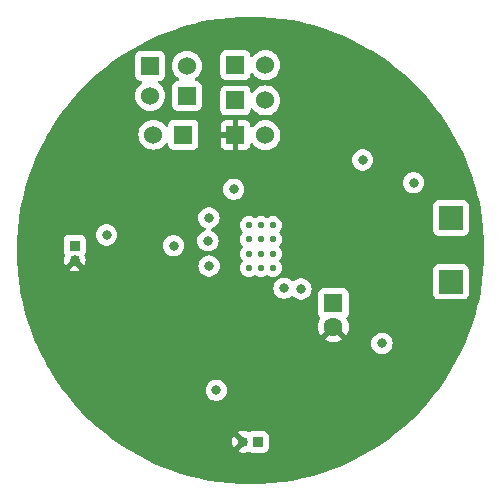
<source format=gbr>
%TF.GenerationSoftware,KiCad,Pcbnew,7.0.7*%
%TF.CreationDate,2024-10-25T00:06:54-07:00*%
%TF.ProjectId,PowerBoard_rev1.1,506f7765-7242-46f6-9172-645f72657631,rev?*%
%TF.SameCoordinates,Original*%
%TF.FileFunction,Copper,L2,Inr*%
%TF.FilePolarity,Positive*%
%FSLAX46Y46*%
G04 Gerber Fmt 4.6, Leading zero omitted, Abs format (unit mm)*
G04 Created by KiCad (PCBNEW 7.0.7) date 2024-10-25 00:06:54*
%MOMM*%
%LPD*%
G01*
G04 APERTURE LIST*
%TA.AperFunction,ComponentPad*%
%ADD10R,1.600000X1.600000*%
%TD*%
%TA.AperFunction,ComponentPad*%
%ADD11C,1.600000*%
%TD*%
%TA.AperFunction,ComponentPad*%
%ADD12R,1.530000X1.530000*%
%TD*%
%TA.AperFunction,ComponentPad*%
%ADD13C,1.530000*%
%TD*%
%TA.AperFunction,ComponentPad*%
%ADD14C,0.550000*%
%TD*%
%TA.AperFunction,ComponentPad*%
%ADD15R,0.850000X0.850000*%
%TD*%
%TA.AperFunction,ComponentPad*%
%ADD16C,0.850000*%
%TD*%
%TA.AperFunction,ComponentPad*%
%ADD17R,2.000000X2.000000*%
%TD*%
%TA.AperFunction,ViaPad*%
%ADD18C,0.800000*%
%TD*%
G04 APERTURE END LIST*
D10*
%TO.N,+BATT*%
%TO.C,C2*%
X149250400Y-80721200D03*
D11*
%TO.N,GND*%
X149250400Y-82721200D03*
%TD*%
D12*
%TO.N,Net-(U1-BOUT1)*%
%TO.C,J1*%
X140958500Y-60553600D03*
D13*
%TO.N,Net-(U1-BOUT2)*%
X143498500Y-60553600D03*
%TD*%
D12*
%TO.N,DRV_FAULT*%
%TO.C,J6*%
X133745700Y-60608900D03*
D13*
%TO.N,DRV_SLEEP*%
X133745700Y-63148900D03*
%TD*%
D14*
%TO.N,N/C*%
%TO.C,U1*%
X142119600Y-74117200D03*
X142119600Y-75317200D03*
X142119600Y-76517200D03*
X142119600Y-77717200D03*
X143119600Y-74117200D03*
X143119600Y-75317200D03*
X143119600Y-76517200D03*
X143119600Y-77717200D03*
X144119600Y-74117200D03*
X144119600Y-75317200D03*
X144119600Y-76517200D03*
X144119600Y-77717200D03*
%TD*%
D12*
%TO.N,MOTOR1_AIN2*%
%TO.C,J4*%
X136550400Y-66446400D03*
D13*
%TO.N,MOTOR1_AIN1*%
X134010400Y-66446400D03*
%TD*%
D12*
%TO.N,Net-(U1-AOUT1)*%
%TO.C,J2*%
X140958500Y-63550800D03*
D13*
%TO.N,Net-(U1-AOUT2)*%
X143498500Y-63550800D03*
%TD*%
D12*
%TO.N,GND*%
%TO.C,J3*%
X140965700Y-66486400D03*
D13*
%TO.N,VDC*%
X143505700Y-66486400D03*
%TD*%
D12*
%TO.N,MOTOR2_BIN2*%
%TO.C,J5*%
X136855700Y-63163900D03*
D13*
%TO.N,MOTOR2_BIN1*%
X136855700Y-60623900D03*
%TD*%
D15*
%TO.N,+BATT*%
%TO.C,J8*%
X127355600Y-75844400D03*
D16*
%TO.N,GND*%
X127355600Y-77094400D03*
%TD*%
D17*
%TO.N,Net-(D12-K)*%
%TO.C,TP6*%
X159207200Y-78892400D03*
%TD*%
D15*
%TO.N,+BATT*%
%TO.C,J7*%
X142864999Y-92448800D03*
D16*
%TO.N,GND*%
X141614999Y-92448800D03*
%TD*%
D17*
%TO.N,Net-(D11-K)*%
%TO.C,TP5*%
X159207200Y-73507600D03*
%TD*%
D18*
%TO.N,GND*%
X148691600Y-74371200D03*
X149758400Y-85140800D03*
X151231600Y-71323200D03*
X144373600Y-83362800D03*
X135636000Y-86410800D03*
X141884400Y-89408000D03*
X141478000Y-81686400D03*
X132740400Y-82346800D03*
X132689600Y-70510400D03*
X156464000Y-81534000D03*
X129590800Y-76301600D03*
X135534400Y-79451200D03*
X135432800Y-72542400D03*
%TO.N,MOTOR2_BIN2*%
X146507200Y-79502000D03*
%TO.N,MOTOR2_BIN1*%
X145084800Y-79451200D03*
%TO.N,VCC*%
X151739600Y-68580000D03*
X139344400Y-88087200D03*
X130048000Y-74930000D03*
X153365200Y-84124800D03*
X156057600Y-70510400D03*
%TO.N,Net-(U1-BOUT1)*%
X140817600Y-71069200D03*
X138734800Y-77571600D03*
%TO.N,Net-(U1-BOUT2)*%
X135737600Y-75844400D03*
%TO.N,Net-(U1-AOUT1)*%
X138709400Y-73482200D03*
%TO.N,Net-(U1-AOUT2)*%
X138632700Y-75431900D03*
%TD*%
%TA.AperFunction,Conductor*%
%TO.N,GND*%
G36*
X143125523Y-56471206D02*
G01*
X143128212Y-56471327D01*
X144012060Y-56530918D01*
X144014716Y-56531157D01*
X144894991Y-56630340D01*
X144897651Y-56630701D01*
X145772572Y-56769275D01*
X145775226Y-56769757D01*
X146643028Y-56947440D01*
X146645712Y-56948054D01*
X147300917Y-57113150D01*
X147438404Y-57147794D01*
X147504625Y-57164480D01*
X147507300Y-57165218D01*
X148355634Y-57419962D01*
X148358244Y-57420811D01*
X149194317Y-57713366D01*
X149196922Y-57714344D01*
X150018970Y-58044091D01*
X150021522Y-58045181D01*
X150828005Y-58411503D01*
X150830474Y-58412693D01*
X151619691Y-58814819D01*
X151622141Y-58816137D01*
X152392501Y-59253255D01*
X152394890Y-59254682D01*
X152448076Y-59288101D01*
X153025257Y-59650768D01*
X153144879Y-59725931D01*
X153147188Y-59727455D01*
X153524324Y-59988736D01*
X153875276Y-60231876D01*
X153877527Y-60233512D01*
X154582259Y-60770096D01*
X154584407Y-60771810D01*
X155264358Y-61339473D01*
X155266453Y-61341304D01*
X155920239Y-61938890D01*
X155922250Y-61940813D01*
X156548551Y-62567114D01*
X156550474Y-62569125D01*
X157148060Y-63222911D01*
X157149891Y-63225006D01*
X157717554Y-63904957D01*
X157719272Y-63907111D01*
X157979620Y-64249043D01*
X158255852Y-64611837D01*
X158257488Y-64614088D01*
X158699902Y-65252675D01*
X158761900Y-65342163D01*
X158763433Y-65344485D01*
X159234682Y-66094474D01*
X159236109Y-66096863D01*
X159673227Y-66867223D01*
X159674545Y-66869673D01*
X160076671Y-67658890D01*
X160077870Y-67661378D01*
X160189487Y-67907111D01*
X160444180Y-68467836D01*
X160445273Y-68470394D01*
X160775020Y-69292442D01*
X160775998Y-69295047D01*
X161068553Y-70131120D01*
X161069410Y-70133757D01*
X161114841Y-70285048D01*
X161324143Y-70982056D01*
X161324884Y-70984739D01*
X161541310Y-71843652D01*
X161541930Y-71846365D01*
X161719602Y-72714111D01*
X161720095Y-72716828D01*
X161845255Y-73507053D01*
X161858657Y-73591671D01*
X161859028Y-73594411D01*
X161934738Y-74266351D01*
X161958202Y-74474601D01*
X161958449Y-74477344D01*
X162018034Y-75361102D01*
X162018159Y-75363882D01*
X162038033Y-76249408D01*
X162038033Y-76252192D01*
X162018159Y-77137717D01*
X162018034Y-77140491D01*
X161958449Y-78024251D01*
X161958202Y-78026995D01*
X161864529Y-78858378D01*
X161859031Y-78907170D01*
X161858657Y-78909928D01*
X161736869Y-79678871D01*
X161720099Y-79784750D01*
X161719602Y-79787488D01*
X161541930Y-80655234D01*
X161541310Y-80657947D01*
X161324884Y-81516860D01*
X161324143Y-81519543D01*
X161069413Y-82367833D01*
X161068553Y-82370479D01*
X160775998Y-83206552D01*
X160775020Y-83209157D01*
X160445273Y-84031205D01*
X160444180Y-84033763D01*
X160077879Y-84840202D01*
X160076671Y-84842709D01*
X159674545Y-85631926D01*
X159673227Y-85634376D01*
X159236109Y-86404736D01*
X159234682Y-86407125D01*
X158763433Y-87157114D01*
X158761900Y-87159436D01*
X158257488Y-87887511D01*
X158255852Y-87889762D01*
X157719289Y-88594467D01*
X157717554Y-88596642D01*
X157149891Y-89276593D01*
X157148060Y-89278688D01*
X156550474Y-89932474D01*
X156548551Y-89934485D01*
X155922250Y-90560786D01*
X155920239Y-90562709D01*
X155266453Y-91160295D01*
X155264358Y-91162126D01*
X154584407Y-91729789D01*
X154582232Y-91731524D01*
X153877527Y-92268087D01*
X153875276Y-92269723D01*
X153147201Y-92774135D01*
X153144879Y-92775668D01*
X152394890Y-93246917D01*
X152392501Y-93248344D01*
X151622141Y-93685462D01*
X151619691Y-93686780D01*
X150830474Y-94088906D01*
X150827967Y-94090114D01*
X150021528Y-94456415D01*
X150018970Y-94457508D01*
X149196922Y-94787255D01*
X149194317Y-94788233D01*
X148358244Y-95080788D01*
X148355598Y-95081648D01*
X147507308Y-95336378D01*
X147504625Y-95337119D01*
X146645712Y-95553545D01*
X146642999Y-95554165D01*
X145775253Y-95731837D01*
X145772528Y-95732331D01*
X145040861Y-95848216D01*
X144897693Y-95870892D01*
X144894947Y-95871264D01*
X144014763Y-95970437D01*
X144012016Y-95970684D01*
X143128256Y-96030269D01*
X143125482Y-96030394D01*
X142239955Y-96050268D01*
X142237173Y-96050268D01*
X141351647Y-96030394D01*
X141348875Y-96030269D01*
X140465109Y-95970684D01*
X140462373Y-95970437D01*
X139582176Y-95871263D01*
X139579440Y-95870892D01*
X138704593Y-95732330D01*
X138701876Y-95731837D01*
X137834130Y-95554165D01*
X137831417Y-95553545D01*
X136972504Y-95337119D01*
X136969821Y-95336378D01*
X136370166Y-95156309D01*
X136121522Y-95081645D01*
X136118885Y-95080788D01*
X135282812Y-94788233D01*
X135280207Y-94787255D01*
X134458159Y-94457508D01*
X134455601Y-94456415D01*
X134094309Y-94292308D01*
X133649143Y-94090105D01*
X133646655Y-94088906D01*
X132857438Y-93686780D01*
X132854988Y-93685462D01*
X132084628Y-93248344D01*
X132082239Y-93246917D01*
X131332250Y-92775668D01*
X131329928Y-92774135D01*
X131281120Y-92740321D01*
X130860335Y-92448800D01*
X140684904Y-92448800D01*
X140705229Y-92642180D01*
X140705230Y-92642182D01*
X140765312Y-92827098D01*
X140765315Y-92827104D01*
X140808442Y-92901801D01*
X141186305Y-92523939D01*
X141247628Y-92490454D01*
X141317319Y-92495438D01*
X141373253Y-92537309D01*
X141377088Y-92542729D01*
X141434759Y-92629040D01*
X141521067Y-92686709D01*
X141565873Y-92740321D01*
X141574580Y-92809646D01*
X141544426Y-92872673D01*
X141539858Y-92877492D01*
X141159025Y-93258325D01*
X141327586Y-93333373D01*
X141517778Y-93373800D01*
X141712220Y-93373800D01*
X141902412Y-93333373D01*
X141902415Y-93333372D01*
X142034284Y-93274660D01*
X142103534Y-93265375D01*
X142159031Y-93288673D01*
X142197663Y-93317593D01*
X142197670Y-93317597D01*
X142332516Y-93367891D01*
X142332515Y-93367891D01*
X142339443Y-93368635D01*
X142392126Y-93374300D01*
X143337871Y-93374299D01*
X143397482Y-93367891D01*
X143532330Y-93317596D01*
X143647545Y-93231346D01*
X143733795Y-93116131D01*
X143784090Y-92981283D01*
X143790499Y-92921673D01*
X143790498Y-91975928D01*
X143784090Y-91916317D01*
X143773353Y-91887530D01*
X143733796Y-91781471D01*
X143733792Y-91781464D01*
X143647546Y-91666255D01*
X143647543Y-91666252D01*
X143532334Y-91580006D01*
X143532327Y-91580002D01*
X143397481Y-91529708D01*
X143397482Y-91529708D01*
X143337882Y-91523301D01*
X143337880Y-91523300D01*
X143337872Y-91523300D01*
X143337863Y-91523300D01*
X142392128Y-91523300D01*
X142392122Y-91523301D01*
X142332515Y-91529708D01*
X142197670Y-91580002D01*
X142197668Y-91580003D01*
X142159029Y-91608928D01*
X142093564Y-91633344D01*
X142034285Y-91622940D01*
X141902411Y-91564226D01*
X141902412Y-91564226D01*
X141712220Y-91523800D01*
X141517778Y-91523800D01*
X141327585Y-91564226D01*
X141327584Y-91564226D01*
X141159025Y-91639273D01*
X141539858Y-92020106D01*
X141573343Y-92081429D01*
X141568359Y-92151121D01*
X141526487Y-92207054D01*
X141521069Y-92210888D01*
X141434759Y-92268559D01*
X141377088Y-92354870D01*
X141323475Y-92399675D01*
X141254150Y-92408382D01*
X141191123Y-92378227D01*
X141186305Y-92373660D01*
X140808442Y-91995796D01*
X140808441Y-91995797D01*
X140765316Y-92070492D01*
X140765315Y-92070494D01*
X140705230Y-92255417D01*
X140705229Y-92255419D01*
X140684904Y-92448800D01*
X130860335Y-92448800D01*
X130601853Y-92269723D01*
X130599602Y-92268087D01*
X130215883Y-91975923D01*
X129894876Y-91731507D01*
X129892722Y-91729789D01*
X129212771Y-91162126D01*
X129210676Y-91160295D01*
X128556890Y-90562709D01*
X128554879Y-90560786D01*
X127928578Y-89934485D01*
X127926655Y-89932474D01*
X127329069Y-89278688D01*
X127327238Y-89276593D01*
X126759575Y-88596642D01*
X126757861Y-88594494D01*
X126371607Y-88087200D01*
X138438940Y-88087200D01*
X138458726Y-88275456D01*
X138458727Y-88275459D01*
X138517218Y-88455477D01*
X138517221Y-88455484D01*
X138611867Y-88619416D01*
X138682932Y-88698341D01*
X138738529Y-88760088D01*
X138891665Y-88871348D01*
X138891670Y-88871351D01*
X139064592Y-88948342D01*
X139064597Y-88948344D01*
X139249754Y-88987700D01*
X139249755Y-88987700D01*
X139439044Y-88987700D01*
X139439046Y-88987700D01*
X139624203Y-88948344D01*
X139797130Y-88871351D01*
X139950271Y-88760088D01*
X140076933Y-88619416D01*
X140171579Y-88455484D01*
X140230074Y-88275456D01*
X140249860Y-88087200D01*
X140230074Y-87898944D01*
X140171579Y-87718916D01*
X140076933Y-87554984D01*
X139950271Y-87414312D01*
X139950270Y-87414311D01*
X139797134Y-87303051D01*
X139797129Y-87303048D01*
X139624207Y-87226057D01*
X139624202Y-87226055D01*
X139478401Y-87195065D01*
X139439046Y-87186700D01*
X139249754Y-87186700D01*
X139217297Y-87193598D01*
X139064597Y-87226055D01*
X139064592Y-87226057D01*
X138891670Y-87303048D01*
X138891665Y-87303051D01*
X138738529Y-87414311D01*
X138611866Y-87554985D01*
X138517221Y-87718915D01*
X138517218Y-87718922D01*
X138462069Y-87888654D01*
X138458726Y-87898944D01*
X138438940Y-88087200D01*
X126371607Y-88087200D01*
X126221277Y-87889762D01*
X126219641Y-87887511D01*
X126102838Y-87718916D01*
X125715220Y-87159423D01*
X125713696Y-87157114D01*
X125242447Y-86407125D01*
X125241020Y-86404736D01*
X125022461Y-86019555D01*
X124803896Y-85634366D01*
X124802584Y-85631926D01*
X124400458Y-84842709D01*
X124399268Y-84840240D01*
X124074300Y-84124800D01*
X152459740Y-84124800D01*
X152479526Y-84313056D01*
X152479527Y-84313059D01*
X152538018Y-84493077D01*
X152538021Y-84493084D01*
X152632667Y-84657016D01*
X152759328Y-84797688D01*
X152759329Y-84797688D01*
X152912465Y-84908948D01*
X152912470Y-84908951D01*
X153085392Y-84985942D01*
X153085397Y-84985944D01*
X153270554Y-85025300D01*
X153270555Y-85025300D01*
X153459844Y-85025300D01*
X153459846Y-85025300D01*
X153645003Y-84985944D01*
X153817930Y-84908951D01*
X153971071Y-84797688D01*
X154097733Y-84657016D01*
X154192379Y-84493084D01*
X154250874Y-84313056D01*
X154270660Y-84124800D01*
X154250874Y-83936544D01*
X154192379Y-83756516D01*
X154097733Y-83592584D01*
X153971071Y-83451912D01*
X153963859Y-83446672D01*
X153817934Y-83340651D01*
X153817929Y-83340648D01*
X153645007Y-83263657D01*
X153645002Y-83263655D01*
X153499201Y-83232665D01*
X153459846Y-83224300D01*
X153270554Y-83224300D01*
X153238097Y-83231198D01*
X153085397Y-83263655D01*
X153085392Y-83263657D01*
X152912470Y-83340648D01*
X152912465Y-83340651D01*
X152759329Y-83451911D01*
X152632666Y-83592585D01*
X152538021Y-83756515D01*
X152538018Y-83756522D01*
X152479527Y-83936540D01*
X152479526Y-83936544D01*
X152459740Y-84124800D01*
X124074300Y-84124800D01*
X124032946Y-84033757D01*
X124031856Y-84031205D01*
X123702109Y-83209157D01*
X123701131Y-83206552D01*
X123531299Y-82721202D01*
X147945434Y-82721202D01*
X147965258Y-82947799D01*
X147965260Y-82947810D01*
X148024130Y-83167517D01*
X148024134Y-83167526D01*
X148120265Y-83373681D01*
X148120266Y-83373683D01*
X148171373Y-83446671D01*
X148171373Y-83446672D01*
X148712980Y-82905065D01*
X148774303Y-82871580D01*
X148843994Y-82876564D01*
X148899928Y-82918435D01*
X148911142Y-82936446D01*
X148916927Y-82947799D01*
X148922758Y-82959244D01*
X148922763Y-82959250D01*
X149012349Y-83048836D01*
X149012351Y-83048837D01*
X149012355Y-83048841D01*
X149035147Y-83060454D01*
X149085942Y-83108428D01*
X149102737Y-83176249D01*
X149080199Y-83242384D01*
X149066532Y-83258619D01*
X148524926Y-83800225D01*
X148524926Y-83800226D01*
X148597912Y-83851331D01*
X148597916Y-83851333D01*
X148804073Y-83947465D01*
X148804082Y-83947469D01*
X149023789Y-84006339D01*
X149023800Y-84006341D01*
X149250398Y-84026166D01*
X149250402Y-84026166D01*
X149476999Y-84006341D01*
X149477010Y-84006339D01*
X149696717Y-83947469D01*
X149696731Y-83947464D01*
X149902878Y-83851336D01*
X149975872Y-83800225D01*
X149434266Y-83258619D01*
X149400781Y-83197296D01*
X149405765Y-83127604D01*
X149447637Y-83071671D01*
X149465645Y-83060458D01*
X149488445Y-83048841D01*
X149578041Y-82959245D01*
X149589654Y-82936452D01*
X149637625Y-82885658D01*
X149705446Y-82868861D01*
X149771581Y-82891397D01*
X149787819Y-82905066D01*
X150329425Y-83446672D01*
X150380536Y-83373678D01*
X150476664Y-83167531D01*
X150476669Y-83167517D01*
X150535539Y-82947810D01*
X150535541Y-82947799D01*
X150555366Y-82721202D01*
X150555366Y-82721197D01*
X150535541Y-82494600D01*
X150535539Y-82494589D01*
X150476669Y-82274882D01*
X150476665Y-82274873D01*
X150380534Y-82068718D01*
X150380530Y-82068712D01*
X150371588Y-82055940D01*
X150349261Y-81989734D01*
X150366273Y-81921967D01*
X150398854Y-81885551D01*
X150407946Y-81878746D01*
X150494196Y-81763531D01*
X150544491Y-81628683D01*
X150550900Y-81569073D01*
X150550899Y-79940270D01*
X157706700Y-79940270D01*
X157706701Y-79940276D01*
X157713108Y-79999883D01*
X157763402Y-80134728D01*
X157763406Y-80134735D01*
X157849652Y-80249944D01*
X157849655Y-80249947D01*
X157964864Y-80336193D01*
X157964871Y-80336197D01*
X158099717Y-80386491D01*
X158099716Y-80386491D01*
X158106644Y-80387235D01*
X158159327Y-80392900D01*
X160255072Y-80392899D01*
X160314683Y-80386491D01*
X160449531Y-80336196D01*
X160564746Y-80249946D01*
X160650996Y-80134731D01*
X160701291Y-79999883D01*
X160707700Y-79940273D01*
X160707699Y-77844528D01*
X160701291Y-77784917D01*
X160676035Y-77717203D01*
X160650997Y-77650071D01*
X160650993Y-77650064D01*
X160564747Y-77534855D01*
X160564744Y-77534852D01*
X160449535Y-77448606D01*
X160449528Y-77448602D01*
X160314682Y-77398308D01*
X160314683Y-77398308D01*
X160255083Y-77391901D01*
X160255081Y-77391900D01*
X160255073Y-77391900D01*
X160255064Y-77391900D01*
X158159329Y-77391900D01*
X158159323Y-77391901D01*
X158099716Y-77398308D01*
X157964871Y-77448602D01*
X157964864Y-77448606D01*
X157849655Y-77534852D01*
X157849652Y-77534855D01*
X157763406Y-77650064D01*
X157763402Y-77650071D01*
X157713108Y-77784917D01*
X157706701Y-77844516D01*
X157706701Y-77844523D01*
X157706700Y-77844535D01*
X157706700Y-79940270D01*
X150550899Y-79940270D01*
X150550899Y-79873328D01*
X150544491Y-79813717D01*
X150534708Y-79787488D01*
X150494197Y-79678871D01*
X150494193Y-79678864D01*
X150407947Y-79563655D01*
X150407944Y-79563652D01*
X150292735Y-79477406D01*
X150292728Y-79477402D01*
X150157882Y-79427108D01*
X150157883Y-79427108D01*
X150098283Y-79420701D01*
X150098281Y-79420700D01*
X150098273Y-79420700D01*
X150098264Y-79420700D01*
X148402529Y-79420700D01*
X148402523Y-79420701D01*
X148342916Y-79427108D01*
X148208071Y-79477402D01*
X148208064Y-79477406D01*
X148092855Y-79563652D01*
X148092852Y-79563655D01*
X148006606Y-79678864D01*
X148006602Y-79678871D01*
X147956308Y-79813717D01*
X147950228Y-79870277D01*
X147949901Y-79873323D01*
X147949900Y-79873335D01*
X147949900Y-81569070D01*
X147949901Y-81569076D01*
X147956308Y-81628683D01*
X148006602Y-81763528D01*
X148006606Y-81763535D01*
X148092852Y-81878744D01*
X148092853Y-81878744D01*
X148092854Y-81878746D01*
X148101945Y-81885551D01*
X148143816Y-81941482D01*
X148148802Y-82011174D01*
X148129213Y-82055936D01*
X148120271Y-82068707D01*
X148120268Y-82068712D01*
X148024134Y-82274873D01*
X148024130Y-82274882D01*
X147965260Y-82494589D01*
X147965258Y-82494600D01*
X147945434Y-82721197D01*
X147945434Y-82721202D01*
X123531299Y-82721202D01*
X123408576Y-82370479D01*
X123407727Y-82367869D01*
X123152983Y-81519535D01*
X123152245Y-81516860D01*
X122935819Y-80657947D01*
X122935205Y-80655263D01*
X122757522Y-79787461D01*
X122757040Y-79784807D01*
X122704202Y-79451200D01*
X144179340Y-79451200D01*
X144199126Y-79639456D01*
X144199127Y-79639459D01*
X144257618Y-79819477D01*
X144257621Y-79819484D01*
X144352267Y-79983416D01*
X144396134Y-80032135D01*
X144478929Y-80124088D01*
X144632065Y-80235348D01*
X144632070Y-80235351D01*
X144804992Y-80312342D01*
X144804997Y-80312344D01*
X144990154Y-80351700D01*
X144990155Y-80351700D01*
X145179444Y-80351700D01*
X145179446Y-80351700D01*
X145364603Y-80312344D01*
X145537530Y-80235351D01*
X145690671Y-80124088D01*
X145690670Y-80124088D01*
X145695929Y-80120268D01*
X145696872Y-80121566D01*
X145752569Y-80094826D01*
X145821906Y-80103439D01*
X145864717Y-80134226D01*
X145901329Y-80174888D01*
X145901332Y-80174890D01*
X146054465Y-80286148D01*
X146054470Y-80286151D01*
X146227392Y-80363142D01*
X146227397Y-80363144D01*
X146412554Y-80402500D01*
X146412555Y-80402500D01*
X146601844Y-80402500D01*
X146601846Y-80402500D01*
X146787003Y-80363144D01*
X146959930Y-80286151D01*
X147113071Y-80174888D01*
X147239733Y-80034216D01*
X147334379Y-79870284D01*
X147392874Y-79690256D01*
X147412660Y-79502000D01*
X147392874Y-79313744D01*
X147334379Y-79133716D01*
X147239733Y-78969784D01*
X147113071Y-78829112D01*
X147043151Y-78778312D01*
X146959934Y-78717851D01*
X146959929Y-78717848D01*
X146787007Y-78640857D01*
X146787002Y-78640855D01*
X146641201Y-78609865D01*
X146601846Y-78601500D01*
X146412554Y-78601500D01*
X146380097Y-78608398D01*
X146227397Y-78640855D01*
X146227392Y-78640857D01*
X146054470Y-78717848D01*
X146054465Y-78717851D01*
X145896071Y-78832931D01*
X145895131Y-78831637D01*
X145839396Y-78858378D01*
X145770061Y-78849745D01*
X145727278Y-78818968D01*
X145690670Y-78778311D01*
X145537534Y-78667051D01*
X145537529Y-78667048D01*
X145364607Y-78590057D01*
X145364602Y-78590055D01*
X145218800Y-78559065D01*
X145179446Y-78550700D01*
X144990154Y-78550700D01*
X144957697Y-78557598D01*
X144804997Y-78590055D01*
X144804992Y-78590057D01*
X144632070Y-78667048D01*
X144632065Y-78667051D01*
X144478929Y-78778311D01*
X144352266Y-78918985D01*
X144257621Y-79082915D01*
X144257618Y-79082922D01*
X144199127Y-79262940D01*
X144199126Y-79262944D01*
X144179340Y-79451200D01*
X122704202Y-79451200D01*
X122618466Y-78909886D01*
X122618105Y-78907226D01*
X122518922Y-78026951D01*
X122518683Y-78024295D01*
X122459092Y-77140447D01*
X122458971Y-77137758D01*
X122457998Y-77094400D01*
X126425505Y-77094400D01*
X126445830Y-77287780D01*
X126445831Y-77287782D01*
X126505913Y-77472698D01*
X126505916Y-77472704D01*
X126549043Y-77547402D01*
X126926906Y-77169539D01*
X126988229Y-77136054D01*
X127057920Y-77141038D01*
X127113854Y-77182909D01*
X127117689Y-77188329D01*
X127120104Y-77191944D01*
X127120105Y-77191945D01*
X127175360Y-77274640D01*
X127258055Y-77329895D01*
X127261668Y-77332309D01*
X127306473Y-77385921D01*
X127315180Y-77455246D01*
X127285026Y-77518274D01*
X127280458Y-77523092D01*
X126899626Y-77903924D01*
X126899626Y-77903925D01*
X127068187Y-77978973D01*
X127258379Y-78019400D01*
X127452821Y-78019400D01*
X127643014Y-77978973D01*
X127643019Y-77978971D01*
X127811571Y-77903926D01*
X127811571Y-77903925D01*
X127479246Y-77571600D01*
X137829340Y-77571600D01*
X137849126Y-77759856D01*
X137849127Y-77759859D01*
X137907618Y-77939877D01*
X137907621Y-77939884D01*
X138002267Y-78103816D01*
X138092272Y-78203776D01*
X138128929Y-78244488D01*
X138282065Y-78355748D01*
X138282070Y-78355751D01*
X138454992Y-78432742D01*
X138454997Y-78432744D01*
X138640154Y-78472100D01*
X138640155Y-78472100D01*
X138829444Y-78472100D01*
X138829446Y-78472100D01*
X139014603Y-78432744D01*
X139187530Y-78355751D01*
X139340671Y-78244488D01*
X139467333Y-78103816D01*
X139561979Y-77939884D01*
X139620474Y-77759856D01*
X139624957Y-77717203D01*
X141339193Y-77717203D01*
X141358757Y-77890848D01*
X141358759Y-77890858D01*
X141405428Y-78024227D01*
X141416478Y-78055806D01*
X141509453Y-78203776D01*
X141633024Y-78327347D01*
X141780994Y-78420322D01*
X141945943Y-78478041D01*
X141945949Y-78478041D01*
X141945951Y-78478042D01*
X142119596Y-78497607D01*
X142119600Y-78497607D01*
X142119604Y-78497607D01*
X142293248Y-78478042D01*
X142293247Y-78478042D01*
X142293257Y-78478041D01*
X142458206Y-78420322D01*
X142553630Y-78360363D01*
X142620865Y-78341364D01*
X142685569Y-78360363D01*
X142780994Y-78420322D01*
X142945943Y-78478041D01*
X142945949Y-78478041D01*
X142945951Y-78478042D01*
X143119596Y-78497607D01*
X143119600Y-78497607D01*
X143119604Y-78497607D01*
X143293248Y-78478042D01*
X143293247Y-78478042D01*
X143293257Y-78478041D01*
X143458206Y-78420322D01*
X143553630Y-78360363D01*
X143620865Y-78341364D01*
X143685569Y-78360363D01*
X143780994Y-78420322D01*
X143945943Y-78478041D01*
X143945949Y-78478041D01*
X143945951Y-78478042D01*
X144119596Y-78497607D01*
X144119600Y-78497607D01*
X144119604Y-78497607D01*
X144293248Y-78478042D01*
X144293247Y-78478042D01*
X144293257Y-78478041D01*
X144458206Y-78420322D01*
X144606176Y-78327347D01*
X144729747Y-78203776D01*
X144822722Y-78055806D01*
X144880441Y-77890857D01*
X144885661Y-77844527D01*
X144900007Y-77717203D01*
X144900007Y-77717196D01*
X144880442Y-77543551D01*
X144880441Y-77543549D01*
X144880441Y-77543543D01*
X144822722Y-77378594D01*
X144729747Y-77230624D01*
X144729745Y-77230622D01*
X144729744Y-77230620D01*
X144704004Y-77204880D01*
X144670519Y-77143557D01*
X144675503Y-77073865D01*
X144704001Y-77029520D01*
X144729747Y-77003776D01*
X144822722Y-76855806D01*
X144880441Y-76690857D01*
X144900007Y-76517200D01*
X144899391Y-76511735D01*
X144880442Y-76343551D01*
X144880441Y-76343549D01*
X144880441Y-76343543D01*
X144822722Y-76178594D01*
X144729747Y-76030624D01*
X144704004Y-76004881D01*
X144670519Y-75943558D01*
X144675503Y-75873866D01*
X144704004Y-75829519D01*
X144729747Y-75803776D01*
X144822722Y-75655806D01*
X144880441Y-75490857D01*
X144893886Y-75371527D01*
X144900007Y-75317203D01*
X144900007Y-75317196D01*
X144880442Y-75143551D01*
X144880441Y-75143549D01*
X144880441Y-75143543D01*
X144822722Y-74978594D01*
X144729747Y-74830624D01*
X144704004Y-74804881D01*
X144670519Y-74743558D01*
X144675503Y-74673866D01*
X144704004Y-74629519D01*
X144704005Y-74629518D01*
X144729747Y-74603776D01*
X144760099Y-74555470D01*
X157706700Y-74555470D01*
X157706701Y-74555476D01*
X157713108Y-74615083D01*
X157763402Y-74749928D01*
X157763406Y-74749935D01*
X157849652Y-74865144D01*
X157849655Y-74865147D01*
X157964864Y-74951393D01*
X157964871Y-74951397D01*
X158099717Y-75001691D01*
X158099716Y-75001691D01*
X158106644Y-75002435D01*
X158159327Y-75008100D01*
X160255072Y-75008099D01*
X160314683Y-75001691D01*
X160449531Y-74951396D01*
X160564746Y-74865146D01*
X160650996Y-74749931D01*
X160701291Y-74615083D01*
X160707700Y-74555473D01*
X160707699Y-72459728D01*
X160701291Y-72400117D01*
X160650996Y-72265269D01*
X160650995Y-72265268D01*
X160650993Y-72265264D01*
X160564747Y-72150055D01*
X160564744Y-72150052D01*
X160449535Y-72063806D01*
X160449528Y-72063802D01*
X160314682Y-72013508D01*
X160314683Y-72013508D01*
X160255083Y-72007101D01*
X160255081Y-72007100D01*
X160255073Y-72007100D01*
X160255064Y-72007100D01*
X158159329Y-72007100D01*
X158159323Y-72007101D01*
X158099716Y-72013508D01*
X157964871Y-72063802D01*
X157964864Y-72063806D01*
X157849655Y-72150052D01*
X157849652Y-72150055D01*
X157763406Y-72265264D01*
X157763402Y-72265271D01*
X157713108Y-72400117D01*
X157706701Y-72459716D01*
X157706701Y-72459723D01*
X157706700Y-72459735D01*
X157706700Y-74555470D01*
X144760099Y-74555470D01*
X144822722Y-74455806D01*
X144880441Y-74290857D01*
X144900007Y-74117200D01*
X144894560Y-74068857D01*
X144880442Y-73943551D01*
X144880441Y-73943549D01*
X144880441Y-73943543D01*
X144822722Y-73778594D01*
X144729747Y-73630624D01*
X144606176Y-73507053D01*
X144458206Y-73414078D01*
X144458205Y-73414077D01*
X144458204Y-73414077D01*
X144293258Y-73356359D01*
X144293248Y-73356357D01*
X144119604Y-73336793D01*
X144119596Y-73336793D01*
X143945951Y-73356357D01*
X143945941Y-73356359D01*
X143780992Y-73414078D01*
X143685571Y-73474035D01*
X143618334Y-73493035D01*
X143553629Y-73474035D01*
X143458207Y-73414078D01*
X143293258Y-73356359D01*
X143293248Y-73356357D01*
X143119604Y-73336793D01*
X143119596Y-73336793D01*
X142945951Y-73356357D01*
X142945941Y-73356359D01*
X142780992Y-73414078D01*
X142685571Y-73474035D01*
X142618334Y-73493035D01*
X142553629Y-73474035D01*
X142458207Y-73414078D01*
X142293258Y-73356359D01*
X142293248Y-73356357D01*
X142119604Y-73336793D01*
X142119596Y-73336793D01*
X141945951Y-73356357D01*
X141945941Y-73356359D01*
X141780995Y-73414077D01*
X141633023Y-73507053D01*
X141509453Y-73630623D01*
X141416477Y-73778595D01*
X141358759Y-73943541D01*
X141358757Y-73943551D01*
X141339193Y-74117196D01*
X141339193Y-74117203D01*
X141358757Y-74290848D01*
X141358759Y-74290858D01*
X141412035Y-74443110D01*
X141416478Y-74455806D01*
X141479104Y-74555476D01*
X141509453Y-74603776D01*
X141535195Y-74629518D01*
X141568680Y-74690841D01*
X141563696Y-74760533D01*
X141535197Y-74804879D01*
X141509454Y-74830622D01*
X141416477Y-74978595D01*
X141358759Y-75143541D01*
X141358757Y-75143551D01*
X141339193Y-75317196D01*
X141339193Y-75317203D01*
X141358757Y-75490848D01*
X141358759Y-75490857D01*
X141416478Y-75655806D01*
X141453138Y-75714151D01*
X141509453Y-75803776D01*
X141535196Y-75829519D01*
X141568681Y-75890842D01*
X141563697Y-75960534D01*
X141535196Y-76004881D01*
X141509453Y-76030623D01*
X141416477Y-76178595D01*
X141358759Y-76343541D01*
X141358757Y-76343551D01*
X141339193Y-76517196D01*
X141339193Y-76517203D01*
X141358757Y-76690848D01*
X141358759Y-76690858D01*
X141392558Y-76787448D01*
X141416478Y-76855806D01*
X141444886Y-76901017D01*
X141509453Y-77003776D01*
X141535196Y-77029519D01*
X141568681Y-77090842D01*
X141563697Y-77160534D01*
X141535196Y-77204881D01*
X141509453Y-77230623D01*
X141416477Y-77378595D01*
X141358759Y-77543541D01*
X141358757Y-77543551D01*
X141339193Y-77717196D01*
X141339193Y-77717203D01*
X139624957Y-77717203D01*
X139640260Y-77571600D01*
X139620474Y-77383344D01*
X139561979Y-77203316D01*
X139467333Y-77039384D01*
X139340671Y-76898712D01*
X139340670Y-76898711D01*
X139187534Y-76787451D01*
X139187529Y-76787448D01*
X139014607Y-76710457D01*
X139014602Y-76710455D01*
X138868801Y-76679465D01*
X138829446Y-76671100D01*
X138640154Y-76671100D01*
X138607697Y-76677998D01*
X138454997Y-76710455D01*
X138454992Y-76710457D01*
X138282070Y-76787448D01*
X138282065Y-76787451D01*
X138128929Y-76898711D01*
X138002266Y-77039385D01*
X137907621Y-77203315D01*
X137907618Y-77203322D01*
X137850669Y-77378594D01*
X137849126Y-77383344D01*
X137829340Y-77571600D01*
X127479246Y-77571600D01*
X127430739Y-77523093D01*
X127397254Y-77461770D01*
X127402238Y-77392078D01*
X127444110Y-77336145D01*
X127449530Y-77332309D01*
X127453141Y-77329895D01*
X127453145Y-77329895D01*
X127535840Y-77274640D01*
X127591095Y-77191945D01*
X127591095Y-77191941D01*
X127593509Y-77188330D01*
X127647121Y-77143524D01*
X127716446Y-77134817D01*
X127779474Y-77164971D01*
X127784293Y-77169539D01*
X128162155Y-77547402D01*
X128162156Y-77547402D01*
X128205283Y-77472705D01*
X128265368Y-77287782D01*
X128265369Y-77287780D01*
X128285694Y-77094400D01*
X128265369Y-76901019D01*
X128265368Y-76901017D01*
X128205286Y-76716101D01*
X128205285Y-76716100D01*
X128187886Y-76685964D01*
X128171413Y-76618064D01*
X128194265Y-76552037D01*
X128195946Y-76549734D01*
X128224396Y-76511731D01*
X128274691Y-76376883D01*
X128281100Y-76317273D01*
X128281099Y-75844400D01*
X134832140Y-75844400D01*
X134851926Y-76032656D01*
X134851927Y-76032659D01*
X134910418Y-76212677D01*
X134910421Y-76212684D01*
X135005067Y-76376616D01*
X135126723Y-76511728D01*
X135131729Y-76517288D01*
X135284865Y-76628548D01*
X135284870Y-76628551D01*
X135457792Y-76705542D01*
X135457797Y-76705544D01*
X135642954Y-76744900D01*
X135642955Y-76744900D01*
X135832244Y-76744900D01*
X135832246Y-76744900D01*
X136017403Y-76705544D01*
X136190330Y-76628551D01*
X136343471Y-76517288D01*
X136470133Y-76376616D01*
X136564779Y-76212684D01*
X136623274Y-76032656D01*
X136643060Y-75844400D01*
X136623274Y-75656144D01*
X136564779Y-75476116D01*
X136539251Y-75431900D01*
X137727240Y-75431900D01*
X137747026Y-75620156D01*
X137747027Y-75620159D01*
X137805518Y-75800177D01*
X137805521Y-75800184D01*
X137900167Y-75964116D01*
X137961881Y-76032656D01*
X138026829Y-76104788D01*
X138179965Y-76216048D01*
X138179970Y-76216051D01*
X138352892Y-76293042D01*
X138352897Y-76293044D01*
X138538054Y-76332400D01*
X138538055Y-76332400D01*
X138727344Y-76332400D01*
X138727346Y-76332400D01*
X138912503Y-76293044D01*
X139085430Y-76216051D01*
X139238571Y-76104788D01*
X139365233Y-75964116D01*
X139459879Y-75800184D01*
X139518374Y-75620156D01*
X139538160Y-75431900D01*
X139518374Y-75243644D01*
X139459879Y-75063616D01*
X139365233Y-74899684D01*
X139238571Y-74759012D01*
X139226068Y-74749928D01*
X139085434Y-74647751D01*
X139085429Y-74647748D01*
X138940201Y-74583088D01*
X138886964Y-74537838D01*
X138866643Y-74470989D01*
X138885688Y-74403765D01*
X138938055Y-74357510D01*
X138964850Y-74348520D01*
X138989203Y-74343344D01*
X138989207Y-74343342D01*
X138989208Y-74343342D01*
X139107089Y-74290857D01*
X139162130Y-74266351D01*
X139315271Y-74155088D01*
X139441933Y-74014416D01*
X139536579Y-73850484D01*
X139595074Y-73670456D01*
X139614860Y-73482200D01*
X139595074Y-73293944D01*
X139536579Y-73113916D01*
X139441933Y-72949984D01*
X139315271Y-72809312D01*
X139315270Y-72809311D01*
X139162134Y-72698051D01*
X139162129Y-72698048D01*
X138989207Y-72621057D01*
X138989202Y-72621055D01*
X138843401Y-72590065D01*
X138804046Y-72581700D01*
X138614754Y-72581700D01*
X138582297Y-72588598D01*
X138429597Y-72621055D01*
X138429592Y-72621057D01*
X138256670Y-72698048D01*
X138256665Y-72698051D01*
X138103529Y-72809311D01*
X137976866Y-72949985D01*
X137882221Y-73113915D01*
X137882218Y-73113922D01*
X137823727Y-73293940D01*
X137823726Y-73293944D01*
X137803940Y-73482200D01*
X137823726Y-73670456D01*
X137823727Y-73670459D01*
X137882218Y-73850477D01*
X137882221Y-73850484D01*
X137976867Y-74014416D01*
X138069417Y-74117203D01*
X138103529Y-74155088D01*
X138243953Y-74257112D01*
X138256670Y-74266351D01*
X138401901Y-74331013D01*
X138455135Y-74376261D01*
X138475456Y-74443110D01*
X138456411Y-74510334D01*
X138404045Y-74556589D01*
X138377246Y-74565580D01*
X138352893Y-74570756D01*
X138352892Y-74570757D01*
X138179970Y-74647748D01*
X138179965Y-74647751D01*
X138026829Y-74759011D01*
X137900166Y-74899685D01*
X137805521Y-75063615D01*
X137805518Y-75063622D01*
X137747027Y-75243640D01*
X137747026Y-75243644D01*
X137727240Y-75431900D01*
X136539251Y-75431900D01*
X136470133Y-75312184D01*
X136343471Y-75171512D01*
X136304975Y-75143543D01*
X136190334Y-75060251D01*
X136190329Y-75060248D01*
X136017407Y-74983257D01*
X136017402Y-74983255D01*
X135867498Y-74951393D01*
X135832246Y-74943900D01*
X135642954Y-74943900D01*
X135610497Y-74950798D01*
X135457797Y-74983255D01*
X135457792Y-74983257D01*
X135284870Y-75060248D01*
X135284865Y-75060251D01*
X135131729Y-75171511D01*
X135005066Y-75312185D01*
X134910421Y-75476115D01*
X134910418Y-75476122D01*
X134869230Y-75602888D01*
X134851926Y-75656144D01*
X134832140Y-75844400D01*
X128281099Y-75844400D01*
X128281099Y-75371528D01*
X128275259Y-75317200D01*
X128274691Y-75311916D01*
X128224397Y-75177071D01*
X128224393Y-75177064D01*
X128138147Y-75061855D01*
X128138144Y-75061852D01*
X128022935Y-74975606D01*
X128022928Y-74975602D01*
X127900662Y-74930000D01*
X129142540Y-74930000D01*
X129162326Y-75118256D01*
X129162327Y-75118259D01*
X129220818Y-75298277D01*
X129220821Y-75298284D01*
X129315467Y-75462216D01*
X129442129Y-75602887D01*
X129442129Y-75602888D01*
X129595265Y-75714148D01*
X129595270Y-75714151D01*
X129768192Y-75791142D01*
X129768197Y-75791144D01*
X129953354Y-75830500D01*
X129953355Y-75830500D01*
X130142644Y-75830500D01*
X130142646Y-75830500D01*
X130327803Y-75791144D01*
X130500730Y-75714151D01*
X130653871Y-75602888D01*
X130780533Y-75462216D01*
X130875179Y-75298284D01*
X130933674Y-75118256D01*
X130953460Y-74930000D01*
X130933674Y-74741744D01*
X130878116Y-74570756D01*
X130875181Y-74561722D01*
X130875180Y-74561721D01*
X130875179Y-74561716D01*
X130780533Y-74397784D01*
X130653871Y-74257112D01*
X130653870Y-74257111D01*
X130500734Y-74145851D01*
X130500729Y-74145848D01*
X130327807Y-74068857D01*
X130327802Y-74068855D01*
X130182001Y-74037865D01*
X130142646Y-74029500D01*
X129953354Y-74029500D01*
X129920897Y-74036398D01*
X129768197Y-74068855D01*
X129768192Y-74068857D01*
X129595270Y-74145848D01*
X129595265Y-74145851D01*
X129442129Y-74257111D01*
X129315466Y-74397785D01*
X129220821Y-74561715D01*
X129220818Y-74561722D01*
X129169236Y-74720477D01*
X129162326Y-74741744D01*
X129149356Y-74865146D01*
X129143707Y-74918901D01*
X129142540Y-74930000D01*
X127900662Y-74930000D01*
X127888082Y-74925308D01*
X127888083Y-74925308D01*
X127828483Y-74918901D01*
X127828481Y-74918900D01*
X127828473Y-74918900D01*
X127828464Y-74918900D01*
X126882729Y-74918900D01*
X126882723Y-74918901D01*
X126823116Y-74925308D01*
X126688271Y-74975602D01*
X126688264Y-74975606D01*
X126573055Y-75061852D01*
X126573052Y-75061855D01*
X126486806Y-75177064D01*
X126486802Y-75177071D01*
X126436508Y-75311917D01*
X126430922Y-75363882D01*
X126430101Y-75371523D01*
X126430100Y-75371535D01*
X126430100Y-76317270D01*
X126430101Y-76317276D01*
X126436508Y-76376883D01*
X126486802Y-76511728D01*
X126486806Y-76511735D01*
X126515191Y-76549652D01*
X126539609Y-76615116D01*
X126524758Y-76683389D01*
X126523313Y-76685962D01*
X126505916Y-76716094D01*
X126445831Y-76901017D01*
X126445830Y-76901019D01*
X126425505Y-77094400D01*
X122457998Y-77094400D01*
X122439096Y-76252181D01*
X122439096Y-76249408D01*
X122439920Y-76212684D01*
X122458971Y-75363839D01*
X122459092Y-75361154D01*
X122518683Y-74477300D01*
X122518922Y-74474652D01*
X122618106Y-73594367D01*
X122618465Y-73591719D01*
X122757041Y-72716785D01*
X122757520Y-72714146D01*
X122935207Y-71846327D01*
X122935819Y-71843652D01*
X123038166Y-71437477D01*
X123130963Y-71069200D01*
X139912140Y-71069200D01*
X139931926Y-71257456D01*
X139931927Y-71257459D01*
X139990418Y-71437477D01*
X139990421Y-71437484D01*
X140085067Y-71601416D01*
X140211729Y-71742087D01*
X140211729Y-71742088D01*
X140364865Y-71853348D01*
X140364870Y-71853351D01*
X140537792Y-71930342D01*
X140537797Y-71930344D01*
X140722954Y-71969700D01*
X140722955Y-71969700D01*
X140912244Y-71969700D01*
X140912246Y-71969700D01*
X141097403Y-71930344D01*
X141270330Y-71853351D01*
X141423471Y-71742088D01*
X141550133Y-71601416D01*
X141644779Y-71437484D01*
X141703274Y-71257456D01*
X141723060Y-71069200D01*
X141703274Y-70880944D01*
X141644779Y-70700916D01*
X141550133Y-70536984D01*
X141526197Y-70510400D01*
X155152140Y-70510400D01*
X155171926Y-70698656D01*
X155171927Y-70698659D01*
X155230418Y-70878677D01*
X155230421Y-70878684D01*
X155325067Y-71042616D01*
X155451729Y-71183288D01*
X155604865Y-71294548D01*
X155604870Y-71294551D01*
X155777792Y-71371542D01*
X155777797Y-71371544D01*
X155962954Y-71410900D01*
X155962955Y-71410900D01*
X156152244Y-71410900D01*
X156152246Y-71410900D01*
X156337403Y-71371544D01*
X156510330Y-71294551D01*
X156663471Y-71183288D01*
X156790133Y-71042616D01*
X156884779Y-70878684D01*
X156943274Y-70698656D01*
X156963060Y-70510400D01*
X156943274Y-70322144D01*
X156884779Y-70142116D01*
X156790133Y-69978184D01*
X156663471Y-69837512D01*
X156663470Y-69837511D01*
X156510334Y-69726251D01*
X156510329Y-69726248D01*
X156337407Y-69649257D01*
X156337402Y-69649255D01*
X156191600Y-69618265D01*
X156152246Y-69609900D01*
X155962954Y-69609900D01*
X155930497Y-69616798D01*
X155777797Y-69649255D01*
X155777792Y-69649257D01*
X155604870Y-69726248D01*
X155604865Y-69726251D01*
X155451729Y-69837511D01*
X155325066Y-69978185D01*
X155230421Y-70142115D01*
X155230418Y-70142122D01*
X155208995Y-70208057D01*
X155171926Y-70322144D01*
X155152140Y-70510400D01*
X141526197Y-70510400D01*
X141423471Y-70396312D01*
X141423470Y-70396311D01*
X141270334Y-70285051D01*
X141270329Y-70285048D01*
X141097407Y-70208057D01*
X141097402Y-70208055D01*
X140951600Y-70177065D01*
X140912246Y-70168700D01*
X140722954Y-70168700D01*
X140690497Y-70175598D01*
X140537797Y-70208055D01*
X140537792Y-70208057D01*
X140364870Y-70285048D01*
X140364865Y-70285051D01*
X140211729Y-70396311D01*
X140085066Y-70536985D01*
X139990421Y-70700915D01*
X139990418Y-70700922D01*
X139932660Y-70878684D01*
X139931926Y-70880944D01*
X139912140Y-71069200D01*
X123130963Y-71069200D01*
X123152249Y-70984724D01*
X123152986Y-70982056D01*
X123407731Y-70133716D01*
X123408576Y-70131120D01*
X123701131Y-69295047D01*
X123702109Y-69292442D01*
X123987889Y-68580000D01*
X150834140Y-68580000D01*
X150853926Y-68768256D01*
X150853927Y-68768259D01*
X150912418Y-68948277D01*
X150912421Y-68948284D01*
X151007067Y-69112216D01*
X151128308Y-69246867D01*
X151133729Y-69252888D01*
X151286865Y-69364148D01*
X151286870Y-69364151D01*
X151459792Y-69441142D01*
X151459797Y-69441144D01*
X151644954Y-69480500D01*
X151644955Y-69480500D01*
X151834244Y-69480500D01*
X151834246Y-69480500D01*
X152019403Y-69441144D01*
X152192330Y-69364151D01*
X152345471Y-69252888D01*
X152472133Y-69112216D01*
X152566779Y-68948284D01*
X152625274Y-68768256D01*
X152645060Y-68580000D01*
X152625274Y-68391744D01*
X152566779Y-68211716D01*
X152472133Y-68047784D01*
X152345471Y-67907112D01*
X152345470Y-67907111D01*
X152192334Y-67795851D01*
X152192329Y-67795848D01*
X152019407Y-67718857D01*
X152019402Y-67718855D01*
X151873601Y-67687865D01*
X151834246Y-67679500D01*
X151644954Y-67679500D01*
X151612497Y-67686398D01*
X151459797Y-67718855D01*
X151459792Y-67718857D01*
X151286870Y-67795848D01*
X151286865Y-67795851D01*
X151133729Y-67907111D01*
X151007066Y-68047785D01*
X150912421Y-68211715D01*
X150912418Y-68211722D01*
X150853927Y-68391740D01*
X150853926Y-68391744D01*
X150834140Y-68580000D01*
X123987889Y-68580000D01*
X124031861Y-68470380D01*
X124032939Y-68467857D01*
X124399276Y-67661342D01*
X124400458Y-67658890D01*
X124502036Y-67459532D01*
X124802588Y-66869665D01*
X124803886Y-66867251D01*
X125042685Y-66446401D01*
X132740066Y-66446401D01*
X132759364Y-66666985D01*
X132759365Y-66666992D01*
X132816675Y-66880875D01*
X132816679Y-66880886D01*
X132910256Y-67081563D01*
X132910258Y-67081567D01*
X133037268Y-67262955D01*
X133193845Y-67419532D01*
X133375233Y-67546542D01*
X133461014Y-67586542D01*
X133575913Y-67640120D01*
X133575915Y-67640120D01*
X133575920Y-67640123D01*
X133789809Y-67697435D01*
X133947374Y-67711219D01*
X134010398Y-67716734D01*
X134010400Y-67716734D01*
X134010402Y-67716734D01*
X134065676Y-67711898D01*
X134230991Y-67697435D01*
X134444880Y-67640123D01*
X134645567Y-67546542D01*
X134826955Y-67419532D01*
X134983532Y-67262955D01*
X135059328Y-67154707D01*
X135113901Y-67111085D01*
X135183400Y-67103891D01*
X135245755Y-67135413D01*
X135281169Y-67195643D01*
X135284900Y-67225830D01*
X135284900Y-67259268D01*
X135284901Y-67259276D01*
X135291308Y-67318883D01*
X135341602Y-67453728D01*
X135341606Y-67453735D01*
X135427852Y-67568944D01*
X135427855Y-67568947D01*
X135543064Y-67655193D01*
X135543071Y-67655197D01*
X135677917Y-67705491D01*
X135677916Y-67705491D01*
X135684844Y-67706235D01*
X135737527Y-67711900D01*
X137363272Y-67711899D01*
X137422883Y-67705491D01*
X137557731Y-67655196D01*
X137672946Y-67568946D01*
X137759196Y-67453731D01*
X137809491Y-67318883D01*
X137811602Y-67299244D01*
X139700700Y-67299244D01*
X139707101Y-67358772D01*
X139707103Y-67358779D01*
X139757345Y-67493486D01*
X139757349Y-67493493D01*
X139843509Y-67608587D01*
X139843512Y-67608590D01*
X139958606Y-67694750D01*
X139958613Y-67694754D01*
X140093320Y-67744996D01*
X140093327Y-67744998D01*
X140152855Y-67751399D01*
X140152872Y-67751400D01*
X140715700Y-67751400D01*
X140715700Y-67108803D01*
X140735385Y-67041764D01*
X140788189Y-66996009D01*
X140857346Y-66986065D01*
X140929227Y-66996400D01*
X140929230Y-66996400D01*
X141002170Y-66996400D01*
X141002173Y-66996400D01*
X141074053Y-66986065D01*
X141143212Y-66996009D01*
X141196016Y-67041764D01*
X141215700Y-67108803D01*
X141215700Y-67751400D01*
X141778528Y-67751400D01*
X141778544Y-67751399D01*
X141838072Y-67744998D01*
X141838079Y-67744996D01*
X141972786Y-67694754D01*
X141972793Y-67694750D01*
X142087887Y-67608590D01*
X142087890Y-67608587D01*
X142174050Y-67493493D01*
X142174054Y-67493486D01*
X142224296Y-67358779D01*
X142224298Y-67358772D01*
X142230699Y-67299244D01*
X142230700Y-67299227D01*
X142230700Y-67265121D01*
X142250385Y-67198082D01*
X142303189Y-67152327D01*
X142372347Y-67142383D01*
X142435903Y-67171408D01*
X142456272Y-67193993D01*
X142532568Y-67302955D01*
X142689145Y-67459532D01*
X142870533Y-67586542D01*
X142985439Y-67640123D01*
X143071213Y-67680120D01*
X143071215Y-67680120D01*
X143071220Y-67680123D01*
X143285109Y-67737435D01*
X143442674Y-67751219D01*
X143505698Y-67756734D01*
X143505700Y-67756734D01*
X143505702Y-67756734D01*
X143560847Y-67751909D01*
X143726291Y-67737435D01*
X143940180Y-67680123D01*
X144140867Y-67586542D01*
X144322255Y-67459532D01*
X144478832Y-67302955D01*
X144605842Y-67121567D01*
X144699423Y-66920880D01*
X144756735Y-66706991D01*
X144776034Y-66486400D01*
X144772534Y-66446400D01*
X144756735Y-66265814D01*
X144756735Y-66265809D01*
X144699423Y-66051920D01*
X144684216Y-66019309D01*
X144605843Y-65851236D01*
X144605842Y-65851234D01*
X144605842Y-65851233D01*
X144478832Y-65669845D01*
X144322255Y-65513268D01*
X144140867Y-65386258D01*
X144093589Y-65364212D01*
X143940186Y-65292679D01*
X143940175Y-65292675D01*
X143726292Y-65235365D01*
X143726285Y-65235364D01*
X143505702Y-65216066D01*
X143505698Y-65216066D01*
X143285114Y-65235364D01*
X143285107Y-65235365D01*
X143071224Y-65292675D01*
X143071213Y-65292679D01*
X142870536Y-65386256D01*
X142870534Y-65386257D01*
X142689144Y-65513268D01*
X142532571Y-65669841D01*
X142532562Y-65669852D01*
X142456274Y-65778802D01*
X142401697Y-65822427D01*
X142332199Y-65829619D01*
X142269844Y-65798097D01*
X142234431Y-65737866D01*
X142230700Y-65707678D01*
X142230700Y-65673572D01*
X142230699Y-65673555D01*
X142224298Y-65614027D01*
X142224296Y-65614020D01*
X142174054Y-65479313D01*
X142174050Y-65479306D01*
X142087890Y-65364212D01*
X142087887Y-65364209D01*
X141972793Y-65278049D01*
X141972786Y-65278045D01*
X141838079Y-65227803D01*
X141838072Y-65227801D01*
X141778544Y-65221400D01*
X141215700Y-65221400D01*
X141215700Y-65863996D01*
X141196015Y-65931035D01*
X141143211Y-65976790D01*
X141074055Y-65986734D01*
X141002176Y-65976400D01*
X141002173Y-65976400D01*
X140929227Y-65976400D01*
X140929223Y-65976400D01*
X140857345Y-65986734D01*
X140788187Y-65976790D01*
X140735384Y-65931034D01*
X140715700Y-65863996D01*
X140715700Y-65221400D01*
X140152855Y-65221400D01*
X140093327Y-65227801D01*
X140093320Y-65227803D01*
X139958613Y-65278045D01*
X139958606Y-65278049D01*
X139843512Y-65364209D01*
X139843509Y-65364212D01*
X139757349Y-65479306D01*
X139757345Y-65479313D01*
X139707103Y-65614020D01*
X139707101Y-65614027D01*
X139700700Y-65673555D01*
X139700700Y-66236400D01*
X140341931Y-66236400D01*
X140408970Y-66256085D01*
X140454725Y-66308889D01*
X140464669Y-66378047D01*
X140460908Y-66395336D01*
X140455700Y-66413072D01*
X140455700Y-66559727D01*
X140460908Y-66577464D01*
X140460908Y-66647334D01*
X140423134Y-66706112D01*
X140359579Y-66735138D01*
X140341931Y-66736400D01*
X139700700Y-66736400D01*
X139700700Y-67299244D01*
X137811602Y-67299244D01*
X137815900Y-67259273D01*
X137815899Y-65633528D01*
X137809491Y-65573917D01*
X137786870Y-65513268D01*
X137759197Y-65439071D01*
X137759193Y-65439064D01*
X137672947Y-65323855D01*
X137672944Y-65323852D01*
X137557735Y-65237606D01*
X137557728Y-65237602D01*
X137422882Y-65187308D01*
X137422883Y-65187308D01*
X137363283Y-65180901D01*
X137363281Y-65180900D01*
X137363273Y-65180900D01*
X137363264Y-65180900D01*
X135737529Y-65180900D01*
X135737523Y-65180901D01*
X135677916Y-65187308D01*
X135543071Y-65237602D01*
X135543064Y-65237606D01*
X135427855Y-65323852D01*
X135427852Y-65323855D01*
X135341606Y-65439064D01*
X135341602Y-65439071D01*
X135291308Y-65573917D01*
X135285296Y-65629841D01*
X135284901Y-65633523D01*
X135284900Y-65633535D01*
X135284900Y-65666964D01*
X135265215Y-65734003D01*
X135212411Y-65779758D01*
X135143253Y-65789702D01*
X135079697Y-65760677D01*
X135059326Y-65738088D01*
X134983537Y-65629852D01*
X134983536Y-65629851D01*
X134983532Y-65629845D01*
X134826955Y-65473268D01*
X134645567Y-65346258D01*
X134639256Y-65343315D01*
X134444886Y-65252679D01*
X134444875Y-65252675D01*
X134230992Y-65195365D01*
X134230985Y-65195364D01*
X134010402Y-65176066D01*
X134010398Y-65176066D01*
X133789814Y-65195364D01*
X133789807Y-65195365D01*
X133575924Y-65252675D01*
X133575913Y-65252679D01*
X133375236Y-65346256D01*
X133375234Y-65346257D01*
X133193844Y-65473268D01*
X133037268Y-65629844D01*
X132910257Y-65811234D01*
X132910256Y-65811236D01*
X132816679Y-66011913D01*
X132816675Y-66011924D01*
X132759365Y-66225807D01*
X132759364Y-66225814D01*
X132740066Y-66446398D01*
X132740066Y-66446401D01*
X125042685Y-66446401D01*
X125241025Y-66096853D01*
X125242436Y-66094491D01*
X125713713Y-65344458D01*
X125715206Y-65342196D01*
X126219658Y-64614063D01*
X126221277Y-64611837D01*
X126262169Y-64558131D01*
X126757878Y-63907083D01*
X126759575Y-63904957D01*
X127327253Y-63224987D01*
X127329069Y-63222911D01*
X127396717Y-63148901D01*
X132475366Y-63148901D01*
X132494664Y-63369485D01*
X132494665Y-63369492D01*
X132551975Y-63583375D01*
X132551979Y-63583386D01*
X132645556Y-63784063D01*
X132645558Y-63784067D01*
X132772568Y-63965455D01*
X132929145Y-64122032D01*
X133110533Y-64249042D01*
X133190743Y-64286444D01*
X133311213Y-64342620D01*
X133311215Y-64342620D01*
X133311220Y-64342623D01*
X133525109Y-64399935D01*
X133682673Y-64413720D01*
X133745698Y-64419234D01*
X133745700Y-64419234D01*
X133745702Y-64419234D01*
X133800847Y-64414409D01*
X133966291Y-64399935D01*
X134180180Y-64342623D01*
X134380867Y-64249042D01*
X134562255Y-64122032D01*
X134718832Y-63965455D01*
X134845842Y-63784067D01*
X134939423Y-63583380D01*
X134996735Y-63369491D01*
X135016034Y-63148900D01*
X134996735Y-62928309D01*
X134939423Y-62714420D01*
X134845842Y-62513733D01*
X134718832Y-62332345D01*
X134562255Y-62175768D01*
X134562252Y-62175766D01*
X134562250Y-62175764D01*
X134503195Y-62134413D01*
X134454009Y-62099973D01*
X134410385Y-62045397D01*
X134403191Y-61975899D01*
X134434714Y-61913544D01*
X134494944Y-61878130D01*
X134525132Y-61874399D01*
X134558572Y-61874399D01*
X134618183Y-61867991D01*
X134753031Y-61817696D01*
X134868246Y-61731446D01*
X134954496Y-61616231D01*
X135004791Y-61481383D01*
X135011200Y-61421773D01*
X135011200Y-60623901D01*
X135585366Y-60623901D01*
X135604664Y-60844485D01*
X135604665Y-60844492D01*
X135661975Y-61058375D01*
X135661979Y-61058386D01*
X135722775Y-61188763D01*
X135755558Y-61259067D01*
X135882568Y-61440455D01*
X136039145Y-61597032D01*
X136147390Y-61672826D01*
X136191014Y-61727402D01*
X136198208Y-61796900D01*
X136166685Y-61859255D01*
X136106455Y-61894669D01*
X136076269Y-61898400D01*
X136042831Y-61898400D01*
X136042823Y-61898401D01*
X135983216Y-61904808D01*
X135848371Y-61955102D01*
X135848364Y-61955106D01*
X135733155Y-62041352D01*
X135733152Y-62041355D01*
X135646906Y-62156564D01*
X135646902Y-62156571D01*
X135596608Y-62291417D01*
X135591170Y-62342002D01*
X135590201Y-62351023D01*
X135590200Y-62351035D01*
X135590200Y-63976770D01*
X135590201Y-63976776D01*
X135596608Y-64036383D01*
X135646902Y-64171228D01*
X135646906Y-64171235D01*
X135733152Y-64286444D01*
X135733155Y-64286447D01*
X135848364Y-64372693D01*
X135848371Y-64372697D01*
X135983217Y-64422991D01*
X135983216Y-64422991D01*
X135990144Y-64423735D01*
X136042827Y-64429400D01*
X137668572Y-64429399D01*
X137728183Y-64422991D01*
X137863031Y-64372696D01*
X137875088Y-64363670D01*
X139693000Y-64363670D01*
X139693001Y-64363676D01*
X139699408Y-64423283D01*
X139749702Y-64558128D01*
X139749706Y-64558135D01*
X139835952Y-64673344D01*
X139835955Y-64673347D01*
X139951164Y-64759593D01*
X139951171Y-64759597D01*
X140086017Y-64809891D01*
X140086016Y-64809891D01*
X140092944Y-64810635D01*
X140145627Y-64816300D01*
X141771372Y-64816299D01*
X141830983Y-64809891D01*
X141965831Y-64759596D01*
X142081046Y-64673346D01*
X142167296Y-64558131D01*
X142217591Y-64423283D01*
X142224000Y-64363673D01*
X142223999Y-64330234D01*
X142243682Y-64263198D01*
X142296484Y-64217442D01*
X142365643Y-64207497D01*
X142429199Y-64236520D01*
X142449573Y-64259111D01*
X142525362Y-64367347D01*
X142525368Y-64367355D01*
X142681945Y-64523932D01*
X142863333Y-64650942D01*
X142984072Y-64707243D01*
X143064013Y-64744520D01*
X143064015Y-64744520D01*
X143064020Y-64744523D01*
X143277909Y-64801835D01*
X143435473Y-64815620D01*
X143498498Y-64821134D01*
X143498500Y-64821134D01*
X143498502Y-64821134D01*
X143553776Y-64816298D01*
X143719091Y-64801835D01*
X143932980Y-64744523D01*
X144133667Y-64650942D01*
X144315055Y-64523932D01*
X144471632Y-64367355D01*
X144598642Y-64185967D01*
X144692223Y-63985280D01*
X144749535Y-63771391D01*
X144768834Y-63550800D01*
X144749535Y-63330209D01*
X144692223Y-63116320D01*
X144689940Y-63111425D01*
X144598643Y-62915636D01*
X144598642Y-62915634D01*
X144598642Y-62915633D01*
X144471632Y-62734245D01*
X144315055Y-62577668D01*
X144133667Y-62450658D01*
X144133663Y-62450656D01*
X143932986Y-62357079D01*
X143932975Y-62357075D01*
X143719092Y-62299765D01*
X143719085Y-62299764D01*
X143498502Y-62280466D01*
X143498498Y-62280466D01*
X143277914Y-62299764D01*
X143277907Y-62299765D01*
X143064024Y-62357075D01*
X143064013Y-62357079D01*
X142863336Y-62450656D01*
X142863334Y-62450657D01*
X142681944Y-62577668D01*
X142525368Y-62734244D01*
X142449574Y-62842490D01*
X142394997Y-62886115D01*
X142325498Y-62893307D01*
X142263144Y-62861785D01*
X142227730Y-62801555D01*
X142223999Y-62771366D01*
X142223999Y-62737929D01*
X142223998Y-62737923D01*
X142223997Y-62737916D01*
X142217591Y-62678317D01*
X142180051Y-62577668D01*
X142167297Y-62543471D01*
X142167293Y-62543464D01*
X142081047Y-62428255D01*
X142081044Y-62428252D01*
X141965835Y-62342006D01*
X141965828Y-62342002D01*
X141830982Y-62291708D01*
X141830983Y-62291708D01*
X141771383Y-62285301D01*
X141771381Y-62285300D01*
X141771373Y-62285300D01*
X141771364Y-62285300D01*
X140145629Y-62285300D01*
X140145623Y-62285301D01*
X140086016Y-62291708D01*
X139951171Y-62342002D01*
X139951164Y-62342006D01*
X139835955Y-62428252D01*
X139835952Y-62428255D01*
X139749706Y-62543464D01*
X139749702Y-62543471D01*
X139699408Y-62678317D01*
X139693396Y-62734244D01*
X139693001Y-62737923D01*
X139693000Y-62737935D01*
X139693000Y-64363670D01*
X137875088Y-64363670D01*
X137978246Y-64286446D01*
X138064496Y-64171231D01*
X138114791Y-64036383D01*
X138121200Y-63976773D01*
X138121199Y-62351028D01*
X138114791Y-62291417D01*
X138071655Y-62175764D01*
X138064497Y-62156571D01*
X138064493Y-62156564D01*
X137978247Y-62041355D01*
X137978244Y-62041352D01*
X137863035Y-61955106D01*
X137863028Y-61955102D01*
X137728182Y-61904808D01*
X137728183Y-61904808D01*
X137668583Y-61898401D01*
X137668581Y-61898400D01*
X137668573Y-61898400D01*
X137668565Y-61898400D01*
X137635135Y-61898400D01*
X137568096Y-61878715D01*
X137522341Y-61825911D01*
X137512397Y-61756753D01*
X137541422Y-61693197D01*
X137564007Y-61672828D01*
X137672255Y-61597032D01*
X137828832Y-61440455D01*
X137880637Y-61366470D01*
X139693000Y-61366470D01*
X139693001Y-61366476D01*
X139699408Y-61426083D01*
X139749702Y-61560928D01*
X139749706Y-61560935D01*
X139835952Y-61676144D01*
X139835955Y-61676147D01*
X139951164Y-61762393D01*
X139951171Y-61762397D01*
X140086017Y-61812691D01*
X140086016Y-61812691D01*
X140092944Y-61813435D01*
X140145627Y-61819100D01*
X141771372Y-61819099D01*
X141830983Y-61812691D01*
X141965831Y-61762396D01*
X142081046Y-61676146D01*
X142167296Y-61560931D01*
X142217591Y-61426083D01*
X142224000Y-61366473D01*
X142223999Y-61333034D01*
X142243682Y-61265998D01*
X142296484Y-61220242D01*
X142365643Y-61210297D01*
X142429199Y-61239320D01*
X142449573Y-61261911D01*
X142525362Y-61370147D01*
X142525368Y-61370155D01*
X142681945Y-61526732D01*
X142863333Y-61653742D01*
X142984072Y-61710043D01*
X143064013Y-61747320D01*
X143064015Y-61747320D01*
X143064020Y-61747323D01*
X143277909Y-61804635D01*
X143427199Y-61817696D01*
X143498498Y-61823934D01*
X143498500Y-61823934D01*
X143498502Y-61823934D01*
X143553776Y-61819098D01*
X143719091Y-61804635D01*
X143932980Y-61747323D01*
X144133667Y-61653742D01*
X144315055Y-61526732D01*
X144471632Y-61370155D01*
X144598642Y-61188767D01*
X144692223Y-60988080D01*
X144749535Y-60774191D01*
X144768834Y-60553600D01*
X144749535Y-60333009D01*
X144692223Y-60119120D01*
X144598642Y-59918433D01*
X144471632Y-59737045D01*
X144315055Y-59580468D01*
X144133667Y-59453458D01*
X144133663Y-59453456D01*
X143932986Y-59359879D01*
X143932975Y-59359875D01*
X143719092Y-59302565D01*
X143719085Y-59302564D01*
X143498502Y-59283266D01*
X143498498Y-59283266D01*
X143277914Y-59302564D01*
X143277907Y-59302565D01*
X143064024Y-59359875D01*
X143064013Y-59359879D01*
X142863336Y-59453456D01*
X142863334Y-59453457D01*
X142681944Y-59580468D01*
X142525368Y-59737044D01*
X142449574Y-59845290D01*
X142394997Y-59888915D01*
X142325498Y-59896107D01*
X142263144Y-59864585D01*
X142227730Y-59804355D01*
X142223999Y-59774166D01*
X142223999Y-59740729D01*
X142223998Y-59740723D01*
X142223997Y-59740716D01*
X142217591Y-59681117D01*
X142187922Y-59601571D01*
X142167297Y-59546271D01*
X142167293Y-59546264D01*
X142081047Y-59431055D01*
X142081044Y-59431052D01*
X141965835Y-59344806D01*
X141965828Y-59344802D01*
X141830982Y-59294508D01*
X141830983Y-59294508D01*
X141771383Y-59288101D01*
X141771381Y-59288100D01*
X141771373Y-59288100D01*
X141771364Y-59288100D01*
X140145629Y-59288100D01*
X140145623Y-59288101D01*
X140086016Y-59294508D01*
X139951171Y-59344802D01*
X139951164Y-59344806D01*
X139835955Y-59431052D01*
X139835952Y-59431055D01*
X139749706Y-59546264D01*
X139749702Y-59546271D01*
X139699408Y-59681117D01*
X139694426Y-59727464D01*
X139693001Y-59740723D01*
X139693000Y-59740735D01*
X139693000Y-61366470D01*
X137880637Y-61366470D01*
X137955842Y-61259067D01*
X138049423Y-61058380D01*
X138106735Y-60844491D01*
X138126034Y-60623900D01*
X138106735Y-60403309D01*
X138049423Y-60189420D01*
X137955842Y-59988733D01*
X137828832Y-59807345D01*
X137672255Y-59650768D01*
X137490867Y-59523758D01*
X137490863Y-59523756D01*
X137290186Y-59430179D01*
X137290175Y-59430175D01*
X137076292Y-59372865D01*
X137076285Y-59372864D01*
X136855702Y-59353566D01*
X136855698Y-59353566D01*
X136635114Y-59372864D01*
X136635107Y-59372865D01*
X136421224Y-59430175D01*
X136421213Y-59430179D01*
X136220536Y-59523756D01*
X136220534Y-59523757D01*
X136039144Y-59650768D01*
X135882568Y-59807344D01*
X135755557Y-59988734D01*
X135755556Y-59988736D01*
X135661979Y-60189413D01*
X135661975Y-60189424D01*
X135604665Y-60403307D01*
X135604664Y-60403314D01*
X135585366Y-60623898D01*
X135585366Y-60623901D01*
X135011200Y-60623901D01*
X135011199Y-59796028D01*
X135004859Y-59737045D01*
X135004791Y-59736416D01*
X134954497Y-59601571D01*
X134954493Y-59601564D01*
X134868247Y-59486355D01*
X134868244Y-59486352D01*
X134753035Y-59400106D01*
X134753028Y-59400102D01*
X134618182Y-59349808D01*
X134618183Y-59349808D01*
X134558583Y-59343401D01*
X134558581Y-59343400D01*
X134558573Y-59343400D01*
X134558564Y-59343400D01*
X132932829Y-59343400D01*
X132932823Y-59343401D01*
X132873216Y-59349808D01*
X132738371Y-59400102D01*
X132738364Y-59400106D01*
X132623155Y-59486352D01*
X132623152Y-59486355D01*
X132536906Y-59601564D01*
X132536902Y-59601571D01*
X132486608Y-59736417D01*
X132482550Y-59774166D01*
X132480201Y-59796023D01*
X132480200Y-59796035D01*
X132480200Y-61421770D01*
X132480201Y-61421776D01*
X132486608Y-61481383D01*
X132536902Y-61616228D01*
X132536906Y-61616235D01*
X132623152Y-61731444D01*
X132623155Y-61731447D01*
X132738364Y-61817693D01*
X132738371Y-61817697D01*
X132873217Y-61867991D01*
X132873216Y-61867991D01*
X132880144Y-61868735D01*
X132932827Y-61874400D01*
X132966264Y-61874399D01*
X133033301Y-61894082D01*
X133079057Y-61946884D01*
X133089002Y-62016043D01*
X133059979Y-62079599D01*
X133037389Y-62099973D01*
X132929147Y-62175766D01*
X132929141Y-62175771D01*
X132772568Y-62332344D01*
X132645557Y-62513734D01*
X132645556Y-62513736D01*
X132551979Y-62714413D01*
X132551975Y-62714424D01*
X132494665Y-62928307D01*
X132494664Y-62928314D01*
X132475366Y-63148898D01*
X132475366Y-63148901D01*
X127396717Y-63148901D01*
X127426494Y-63116324D01*
X127926670Y-62569108D01*
X127928556Y-62567136D01*
X128554901Y-61940791D01*
X128556873Y-61938905D01*
X129210685Y-61341295D01*
X129212752Y-61339488D01*
X129892734Y-60771800D01*
X129894848Y-60770113D01*
X130599613Y-60233503D01*
X130601828Y-60231893D01*
X131329961Y-59727441D01*
X131332223Y-59725948D01*
X132082256Y-59254671D01*
X132084618Y-59253260D01*
X132855016Y-58816121D01*
X132857438Y-58814819D01*
X133268698Y-58605272D01*
X133646662Y-58412689D01*
X133649107Y-58411511D01*
X134455622Y-58045174D01*
X134458145Y-58044096D01*
X135280217Y-57714339D01*
X135282812Y-57713366D01*
X136013528Y-57457677D01*
X136118892Y-57420808D01*
X136121481Y-57419966D01*
X136969841Y-57165215D01*
X136972489Y-57164484D01*
X137831413Y-56948054D01*
X137834092Y-56947442D01*
X138701911Y-56769755D01*
X138704550Y-56769276D01*
X139579484Y-56630700D01*
X139582132Y-56630341D01*
X140462417Y-56531157D01*
X140465065Y-56530918D01*
X141348919Y-56471327D01*
X141351604Y-56471206D01*
X142237184Y-56451331D01*
X142239946Y-56451331D01*
X143125523Y-56471206D01*
G37*
%TD.AperFunction*%
%TD*%
M02*

</source>
